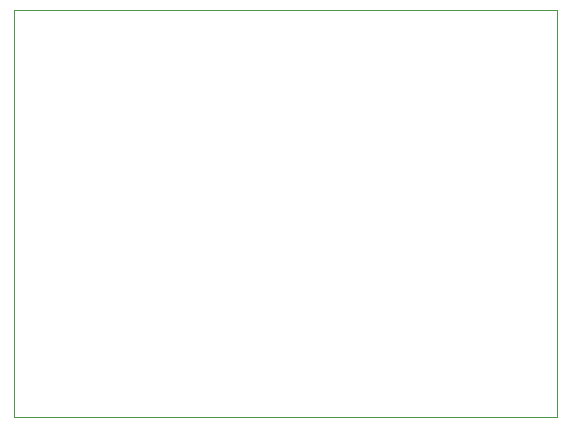
<source format=gbr>
%TF.GenerationSoftware,KiCad,Pcbnew,9.0.7*%
%TF.CreationDate,2026-01-31T20:36:48-06:00*%
%TF.ProjectId,Power,506f7765-722e-46b6-9963-61645f706362,rev?*%
%TF.SameCoordinates,Original*%
%TF.FileFunction,Profile,NP*%
%FSLAX46Y46*%
G04 Gerber Fmt 4.6, Leading zero omitted, Abs format (unit mm)*
G04 Created by KiCad (PCBNEW 9.0.7) date 2026-01-31 20:36:48*
%MOMM*%
%LPD*%
G01*
G04 APERTURE LIST*
%TA.AperFunction,Profile*%
%ADD10C,0.050000*%
%TD*%
G04 APERTURE END LIST*
D10*
X171000000Y-79000000D02*
X217000000Y-79000000D01*
X217000000Y-113500000D01*
X171000000Y-113500000D01*
X171000000Y-79000000D01*
M02*

</source>
